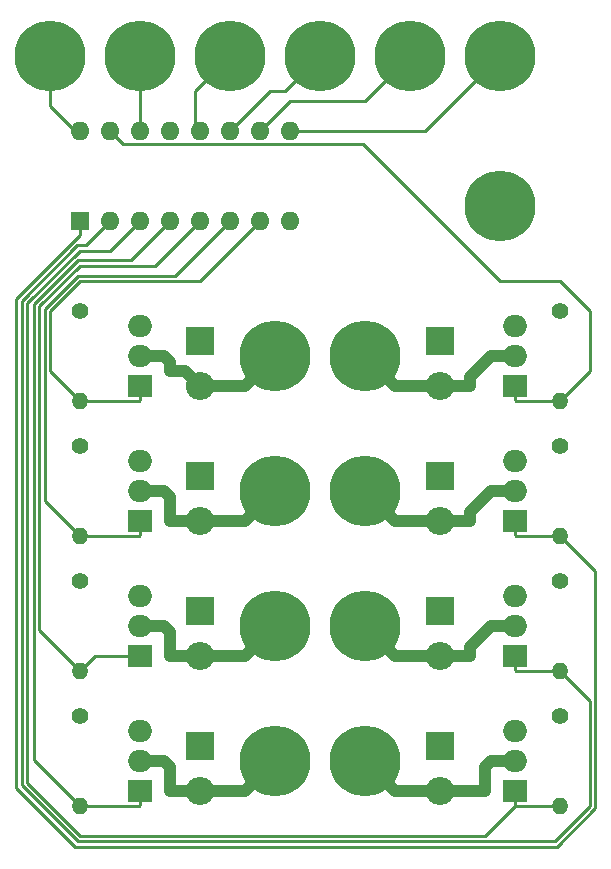
<source format=gbr>
G04 #@! TF.GenerationSoftware,KiCad,Pcbnew,(5.1.2)-2*
G04 #@! TF.CreationDate,2019-07-16T17:36:30-04:00*
G04 #@! TF.ProjectId,8 bit serial to parallel,38206269-7420-4736-9572-69616c20746f,rev?*
G04 #@! TF.SameCoordinates,Original*
G04 #@! TF.FileFunction,Copper,L1,Top*
G04 #@! TF.FilePolarity,Positive*
%FSLAX46Y46*%
G04 Gerber Fmt 4.6, Leading zero omitted, Abs format (unit mm)*
G04 Created by KiCad (PCBNEW (5.1.2)-2) date 2019-07-16 17:36:30*
%MOMM*%
%LPD*%
G04 APERTURE LIST*
%ADD10O,1.600000X1.600000*%
%ADD11R,1.600000X1.600000*%
%ADD12C,5.999480*%
%ADD13O,1.400000X1.400000*%
%ADD14C,1.400000*%
%ADD15O,2.000000X1.905000*%
%ADD16R,2.000000X1.905000*%
%ADD17O,2.400000X2.400000*%
%ADD18R,2.400000X2.400000*%
%ADD19C,0.250000*%
%ADD20C,1.000000*%
G04 APERTURE END LIST*
D10*
X53340000Y-49530000D03*
X71120000Y-57150000D03*
X55880000Y-49530000D03*
X68580000Y-57150000D03*
X58420000Y-49530000D03*
X66040000Y-57150000D03*
X60960000Y-49530000D03*
X63500000Y-57150000D03*
X63500000Y-49530000D03*
X60960000Y-57150000D03*
X66040000Y-49530000D03*
X58420000Y-57150000D03*
X68580000Y-49530000D03*
X55880000Y-57150000D03*
X71120000Y-49530000D03*
D11*
X53340000Y-57150000D03*
D12*
X88900000Y-55880000D03*
D13*
X53340000Y-72390000D03*
D14*
X53340000Y-64770000D03*
D13*
X53340000Y-83820000D03*
D14*
X53340000Y-76200000D03*
D13*
X53340000Y-95250000D03*
D14*
X53340000Y-87630000D03*
D13*
X53340000Y-106680000D03*
D14*
X53340000Y-99060000D03*
D13*
X93980000Y-106680000D03*
D14*
X93980000Y-99060000D03*
D13*
X93980000Y-95250000D03*
D14*
X93980000Y-87630000D03*
D13*
X93980000Y-83820000D03*
D14*
X93980000Y-76200000D03*
D13*
X93980000Y-72390000D03*
D14*
X93980000Y-64770000D03*
D15*
X58420000Y-66040000D03*
X58420000Y-68580000D03*
D16*
X58420000Y-71120000D03*
D15*
X58420000Y-77470000D03*
X58420000Y-80010000D03*
D16*
X58420000Y-82550000D03*
D15*
X58420000Y-88900000D03*
X58420000Y-91440000D03*
D16*
X58420000Y-93980000D03*
D15*
X58420000Y-100330000D03*
X58420000Y-102870000D03*
D16*
X58420000Y-105410000D03*
D15*
X90170000Y-100330000D03*
X90170000Y-102870000D03*
D16*
X90170000Y-105410000D03*
D15*
X90170000Y-88900000D03*
X90170000Y-91440000D03*
D16*
X90170000Y-93980000D03*
D15*
X90170000Y-77470000D03*
X90170000Y-80010000D03*
D16*
X90170000Y-82550000D03*
D15*
X90170000Y-66040000D03*
X90170000Y-68580000D03*
D16*
X90170000Y-71120000D03*
D12*
X69850000Y-68580000D03*
X69850000Y-80010000D03*
X69850000Y-91440000D03*
X69850000Y-102870000D03*
X77470000Y-102870000D03*
X77470000Y-91440000D03*
X77470000Y-80010000D03*
X77470000Y-68580000D03*
X50800000Y-43180000D03*
X58420000Y-43180000D03*
X73660000Y-43180000D03*
X81280000Y-43180000D03*
X66040000Y-43180000D03*
X88900000Y-43180000D03*
D17*
X63500000Y-71120000D03*
D18*
X63500000Y-67310000D03*
D17*
X63500000Y-82550000D03*
D18*
X63500000Y-78740000D03*
D17*
X63500000Y-93980000D03*
D18*
X63500000Y-90170000D03*
D17*
X63500000Y-105410000D03*
D18*
X63500000Y-101600000D03*
D17*
X83820000Y-105410000D03*
D18*
X83820000Y-101600000D03*
D17*
X83820000Y-93980000D03*
D18*
X83820000Y-90170000D03*
D17*
X83820000Y-82550000D03*
D18*
X83820000Y-78740000D03*
D17*
X83820000Y-71120000D03*
D18*
X83820000Y-67310000D03*
D19*
X83360261Y-71579739D02*
X83820000Y-71120000D01*
D20*
X77470000Y-68580000D02*
X80010000Y-71120000D01*
X80010000Y-71120000D02*
X83820000Y-71120000D01*
X83820000Y-71120000D02*
X86360000Y-71120000D01*
X88170000Y-68580000D02*
X90170000Y-68580000D01*
X86360000Y-70390000D02*
X88170000Y-68580000D01*
X86360000Y-71120000D02*
X86360000Y-70390000D01*
X83820000Y-82550000D02*
X86360000Y-82550000D01*
X88170000Y-80010000D02*
X90170000Y-80010000D01*
X86360000Y-81820000D02*
X88170000Y-80010000D01*
X86360000Y-82550000D02*
X86360000Y-81820000D01*
X80010000Y-82550000D02*
X77470000Y-80010000D01*
X83820000Y-82550000D02*
X80010000Y-82550000D01*
D19*
X83360261Y-94439739D02*
X83820000Y-93980000D01*
D20*
X83820000Y-93980000D02*
X86360000Y-93980000D01*
X88170000Y-91440000D02*
X90170000Y-91440000D01*
X86360000Y-93250000D02*
X88170000Y-91440000D01*
X86360000Y-93980000D02*
X86360000Y-93250000D01*
X80010000Y-93980000D02*
X77470000Y-91440000D01*
X83820000Y-93980000D02*
X80010000Y-93980000D01*
X80010000Y-105410000D02*
X77470000Y-102870000D01*
X83820000Y-105410000D02*
X80010000Y-105410000D01*
X83820000Y-105410000D02*
X87630000Y-105410000D01*
X88170000Y-102870000D02*
X90170000Y-102870000D01*
X87630000Y-103410000D02*
X88170000Y-102870000D01*
X87630000Y-105410000D02*
X87630000Y-103410000D01*
D19*
X63500000Y-104977728D02*
X63500000Y-105410000D01*
D20*
X67310000Y-105410000D02*
X69850000Y-102870000D01*
X63500000Y-105410000D02*
X67310000Y-105410000D01*
X63500000Y-105410000D02*
X60960000Y-105410000D01*
X60420000Y-102870000D02*
X58420000Y-102870000D01*
X60960000Y-103410000D02*
X60420000Y-102870000D01*
X60960000Y-105410000D02*
X60960000Y-103410000D01*
X67310000Y-93980000D02*
X69850000Y-91440000D01*
X63500000Y-93980000D02*
X67310000Y-93980000D01*
X63500000Y-93980000D02*
X60960000Y-93980000D01*
X60420000Y-91440000D02*
X58420000Y-91440000D01*
X60960000Y-91980000D02*
X60420000Y-91440000D01*
X60960000Y-93980000D02*
X60960000Y-91980000D01*
D19*
X63500000Y-82117728D02*
X63500000Y-82550000D01*
D20*
X63500000Y-82550000D02*
X60960000Y-82550000D01*
X60420000Y-80010000D02*
X58420000Y-80010000D01*
X60960000Y-80550000D02*
X60420000Y-80010000D01*
X60960000Y-82550000D02*
X60960000Y-80550000D01*
X67310000Y-82550000D02*
X69850000Y-80010000D01*
X63500000Y-82550000D02*
X67310000Y-82550000D01*
X60420000Y-68580000D02*
X60960000Y-69120000D01*
X58420000Y-68580000D02*
X60420000Y-68580000D01*
X60960000Y-69120000D02*
X60960000Y-69850000D01*
X62230000Y-69850000D02*
X63500000Y-71120000D01*
X60960000Y-69850000D02*
X62230000Y-69850000D01*
X67310000Y-71120000D02*
X69850000Y-68580000D01*
X63500000Y-71120000D02*
X67310000Y-71120000D01*
D19*
X52907728Y-49530000D02*
X53340000Y-49530000D01*
X50800000Y-47422272D02*
X52907728Y-49530000D01*
X50800000Y-43180000D02*
X50800000Y-47422272D01*
X90170000Y-72322500D02*
X90170000Y-71120000D01*
X90237500Y-72390000D02*
X90170000Y-72322500D01*
X93980000Y-72390000D02*
X90237500Y-72390000D01*
X57015001Y-50665001D02*
X77335001Y-50665001D01*
X55880000Y-49530000D02*
X57015001Y-50665001D01*
X96520000Y-69850000D02*
X93980000Y-72390000D01*
X77335001Y-50665001D02*
X88900000Y-62230000D01*
X88900000Y-62230000D02*
X93980000Y-62230000D01*
X93980000Y-62230000D02*
X96520000Y-64770000D01*
X96520000Y-64770000D02*
X96520000Y-69850000D01*
X90170000Y-83752500D02*
X90170000Y-82550000D01*
X90237500Y-83820000D02*
X90170000Y-83752500D01*
X93980000Y-83820000D02*
X90237500Y-83820000D01*
X53340000Y-58326688D02*
X53340000Y-57150000D01*
X47943876Y-63722812D02*
X53340000Y-58326688D01*
X96980010Y-86820010D02*
X96980010Y-106870542D01*
X93980000Y-83820000D02*
X96980010Y-86820010D01*
X93710533Y-110140019D02*
X52958916Y-110140020D01*
X96980010Y-106870542D02*
X93710533Y-110140019D01*
X52958916Y-110140020D02*
X47943877Y-105124981D01*
X47943877Y-105124981D02*
X47943876Y-63722812D01*
X96520000Y-97790000D02*
X93980000Y-95250000D01*
X90170000Y-95182500D02*
X90170000Y-93980000D01*
X90237500Y-95250000D02*
X90170000Y-95182500D01*
X93980000Y-95250000D02*
X90237500Y-95250000D01*
X53149458Y-109680010D02*
X93519990Y-109680010D01*
X48403886Y-104934438D02*
X53149458Y-109680010D01*
X48403886Y-63913354D02*
X48403886Y-104934438D01*
X53118353Y-59198887D02*
X48403886Y-63913354D01*
X55880000Y-57150000D02*
X53831113Y-59198887D01*
X53831113Y-59198887D02*
X53118353Y-59198887D01*
X96520000Y-106680000D02*
X96520000Y-97790000D01*
X93519990Y-109680010D02*
X96520000Y-106680000D01*
X90170000Y-106612500D02*
X90170000Y-105410000D01*
X90237500Y-106680000D02*
X90170000Y-106612500D01*
X93980000Y-106680000D02*
X90237500Y-106680000D01*
X90170000Y-105410000D02*
X90170000Y-106680000D01*
X90170000Y-106680000D02*
X87630000Y-109220000D01*
X87630000Y-109220000D02*
X53340000Y-109220000D01*
X48895000Y-102885552D02*
X48895000Y-104775000D01*
X48863896Y-64103896D02*
X48863896Y-102854448D01*
X48863896Y-102854448D02*
X48895000Y-102885552D01*
X53340000Y-109220000D02*
X48895000Y-104775000D01*
X55848896Y-59658896D02*
X53308896Y-59658896D01*
X58420000Y-57150000D02*
X55880000Y-59690000D01*
X48863896Y-64103896D02*
X53308896Y-59658896D01*
X58420000Y-106612500D02*
X58420000Y-105410000D01*
X58352500Y-106680000D02*
X58420000Y-106612500D01*
X53340000Y-106680000D02*
X58352500Y-106680000D01*
X49419970Y-102759970D02*
X49419970Y-64198374D01*
X53340000Y-106680000D02*
X49419970Y-102759970D01*
X53133906Y-60484438D02*
X52999172Y-60619172D01*
X57625562Y-60484438D02*
X53133906Y-60484438D01*
X60960000Y-57150000D02*
X57625562Y-60484438D01*
X49419970Y-64198374D02*
X52999172Y-60619172D01*
X54610000Y-93980000D02*
X53340000Y-95250000D01*
X58420000Y-93980000D02*
X54610000Y-93980000D01*
X52640001Y-94550001D02*
X53340000Y-95250000D01*
X49879980Y-91789980D02*
X52640001Y-94550001D01*
X49879980Y-64388916D02*
X49879980Y-91789980D01*
X59674448Y-60944448D02*
X53324448Y-60944448D01*
X59690000Y-60960000D02*
X59674448Y-60944448D01*
X63500000Y-57150000D02*
X59690000Y-60960000D01*
X53324448Y-60944448D02*
X49879980Y-64388916D01*
X58420000Y-83752500D02*
X58420000Y-82550000D01*
X58352500Y-83820000D02*
X58420000Y-83752500D01*
X53340000Y-83820000D02*
X58352500Y-83820000D01*
X52640001Y-83120001D02*
X53340000Y-83820000D01*
X50339990Y-80819990D02*
X52640001Y-83120001D01*
X50339990Y-64579458D02*
X50339990Y-80819990D01*
X53149458Y-61769990D02*
X50339990Y-64579458D01*
X66040000Y-57150000D02*
X61420010Y-61769990D01*
X61420010Y-61769990D02*
X53149458Y-61769990D01*
X58420000Y-72322500D02*
X58420000Y-71120000D01*
X58352500Y-72390000D02*
X58420000Y-72322500D01*
X53340000Y-72390000D02*
X58352500Y-72390000D01*
X50800000Y-69850000D02*
X53340000Y-72390000D01*
X50800000Y-64770000D02*
X50800000Y-69850000D01*
X53340000Y-62230000D02*
X50800000Y-64770000D01*
X63500000Y-62230000D02*
X53340000Y-62230000D01*
X68580000Y-57150000D02*
X63500000Y-62230000D01*
X58420000Y-49530000D02*
X58420000Y-43180000D01*
X63040261Y-49070261D02*
X63500000Y-49530000D01*
X63040261Y-46179739D02*
X63040261Y-49070261D01*
X66040000Y-43180000D02*
X63040261Y-46179739D01*
X66839999Y-48730001D02*
X66040000Y-49530000D01*
X69390261Y-46179739D02*
X66839999Y-48730001D01*
X70660261Y-46179739D02*
X69390261Y-46179739D01*
X73660000Y-43180000D02*
X70660261Y-46179739D01*
X81280000Y-43180000D02*
X77470000Y-46990000D01*
X71120000Y-46990000D02*
X68580000Y-49530000D01*
X77470000Y-46990000D02*
X71120000Y-46990000D01*
X82550000Y-49530000D02*
X88900000Y-43180000D01*
X71120000Y-49530000D02*
X82550000Y-49530000D01*
M02*

</source>
